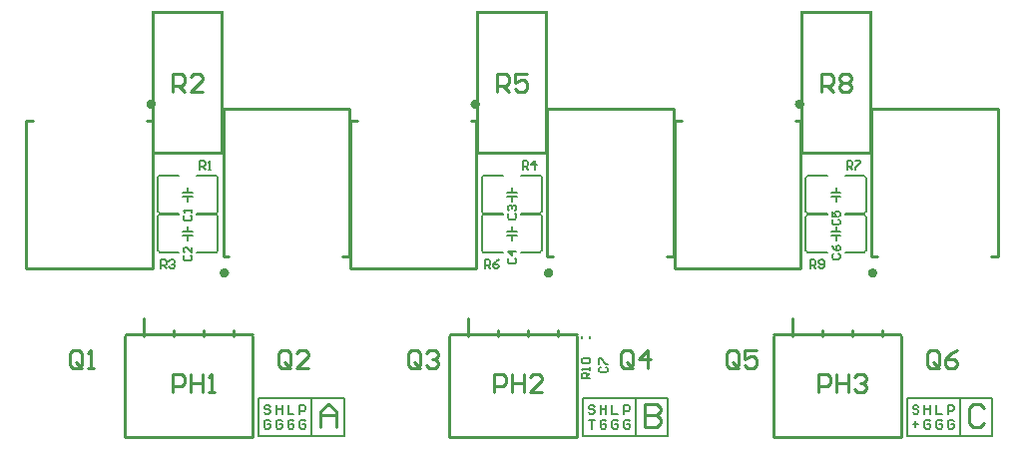
<source format=gbr>
%TF.GenerationSoftware,Altium Limited,Altium Designer,24.0.1 (36)*%
G04 Layer_Color=65535*
%FSLAX45Y45*%
%MOMM*%
%TF.SameCoordinates,AADBD710-655B-4C0A-A29E-FCC33305A696*%
%TF.FilePolarity,Positive*%
%TF.FileFunction,Legend,Top*%
%TF.Part,Single*%
G01*
G75*
%TA.AperFunction,NonConductor*%
%ADD27C,0.15240*%
%ADD28C,0.40000*%
%ADD29C,0.20000*%
%ADD30C,0.15000*%
%ADD31C,0.25400*%
%ADD32C,0.25000*%
G36*
X3404800Y-4665800D02*
Y-5859600D01*
X2795200D01*
Y-5834200D01*
Y-4665800D01*
Y-4640400D01*
X3404800D01*
Y-4665800D01*
D02*
G37*
G36*
X654800D02*
Y-5859600D01*
X45200D01*
Y-5834200D01*
Y-4665800D01*
Y-4640400D01*
X654800D01*
Y-4665800D01*
D02*
G37*
G36*
X-2095200D02*
Y-5859600D01*
X-2704800D01*
Y-5834200D01*
Y-4665800D01*
Y-4640400D01*
X-2095200D01*
Y-4665800D01*
D02*
G37*
%LPC*%
G36*
X3379400D02*
X2820600D01*
Y-5834200D01*
X3379400D01*
Y-4665800D01*
D02*
G37*
G36*
X629400D02*
X70600D01*
Y-5834200D01*
X629400D01*
Y-4665800D01*
D02*
G37*
G36*
X-2120600D02*
X-2679400D01*
Y-5834200D01*
X-2120600D01*
Y-4665800D01*
D02*
G37*
%LPD*%
D27*
X2858880Y-6372139D02*
G03*
X2843640Y-6387379I0J-15240D01*
G01*
Y-6672621D02*
G03*
X2858880Y-6687861I15240J0D01*
G01*
X3356360Y-6387379D02*
G03*
X3341120Y-6372139I-15240J0D01*
G01*
Y-6687861D02*
G03*
X3356360Y-6672621I0J15240D01*
G01*
X2858880Y-6042139D02*
G03*
X2843640Y-6057379I0J-15240D01*
G01*
Y-6342621D02*
G03*
X2858880Y-6357861I15240J0D01*
G01*
X3356360Y-6057379D02*
G03*
X3341120Y-6042139I-15240J0D01*
G01*
Y-6357861D02*
G03*
X3356360Y-6342621I0J15240D01*
G01*
X108880Y-6372139D02*
G03*
X93640Y-6387379I0J-15240D01*
G01*
Y-6672621D02*
G03*
X108880Y-6687861I15240J0D01*
G01*
X606360Y-6387379D02*
G03*
X591120Y-6372139I-15240J0D01*
G01*
Y-6687861D02*
G03*
X606360Y-6672621I0J15240D01*
G01*
X108880Y-6042139D02*
G03*
X93640Y-6057379I0J-15240D01*
G01*
Y-6342621D02*
G03*
X108880Y-6357861I15240J0D01*
G01*
X606360Y-6057379D02*
G03*
X591120Y-6042139I-15240J0D01*
G01*
Y-6357861D02*
G03*
X606360Y-6342621I0J15240D01*
G01*
X-2641120Y-6372139D02*
G03*
X-2656360Y-6387379I0J-15240D01*
G01*
Y-6672621D02*
G03*
X-2641120Y-6687861I15240J0D01*
G01*
X-2143640Y-6387379D02*
G03*
X-2158880Y-6372139I-15240J0D01*
G01*
Y-6687861D02*
G03*
X-2143640Y-6672621I0J15240D01*
G01*
X-2641120Y-6042139D02*
G03*
X-2656360Y-6057379I0J-15240D01*
G01*
Y-6342621D02*
G03*
X-2641120Y-6357861I15240J0D01*
G01*
X-2143640Y-6057379D02*
G03*
X-2158880Y-6042139I-15240J0D01*
G01*
Y-6357861D02*
G03*
X-2143640Y-6342621I0J15240D01*
G01*
X2843640Y-6672621D02*
Y-6387379D01*
X2858880Y-6687861D02*
X3022380D01*
X2858880Y-6372139D02*
X3022380D01*
X3177620Y-6687861D02*
X3341120D01*
X3177620Y-6372139D02*
X3341120D01*
X3356360Y-6672621D02*
Y-6387379D01*
X2843640Y-6342621D02*
Y-6057379D01*
X2858880Y-6357861D02*
X3022380D01*
X2858880Y-6042139D02*
X3022380D01*
X3177620Y-6357861D02*
X3341120D01*
X3177620Y-6042139D02*
X3341120D01*
X3356360Y-6342621D02*
Y-6057379D01*
X93640Y-6672621D02*
Y-6387379D01*
X108880Y-6687861D02*
X272380D01*
X108880Y-6372139D02*
X272380D01*
X427620Y-6687861D02*
X591120D01*
X427620Y-6372139D02*
X591120D01*
X606360Y-6672621D02*
Y-6387379D01*
X93640Y-6342621D02*
Y-6057379D01*
X108880Y-6357861D02*
X272380D01*
X108880Y-6042139D02*
X272380D01*
X427620Y-6357861D02*
X591120D01*
X427620Y-6042139D02*
X591120D01*
X606360Y-6342621D02*
Y-6057379D01*
X-2656360Y-6672621D02*
Y-6387379D01*
X-2641120Y-6687861D02*
X-2477620D01*
X-2641120Y-6372139D02*
X-2477620D01*
X-2322380Y-6687861D02*
X-2158880D01*
X-2322380Y-6372139D02*
X-2158880D01*
X-2143640Y-6672621D02*
Y-6387379D01*
X-2656360Y-6342621D02*
Y-6057379D01*
X-2641120Y-6357861D02*
X-2477620D01*
X-2641120Y-6042139D02*
X-2477620D01*
X-2322380Y-6357861D02*
X-2158880D01*
X-2322380Y-6042139D02*
X-2158880D01*
X-2143640Y-6342621D02*
Y-6057379D01*
D28*
X3430240Y-6866255D02*
G03*
X3430240Y-6866255I-19990J0D01*
G01*
X2809740Y-5433745D02*
G03*
X2809740Y-5433745I-19990J0D01*
G01*
X680239Y-6866255D02*
G03*
X680239Y-6866255I-19990J0D01*
G01*
X59740Y-5433745D02*
G03*
X59740Y-5433745I-19990J0D01*
G01*
X-2690260D02*
G03*
X-2690260Y-5433745I-19990J0D01*
G01*
X-2069761Y-6866255D02*
G03*
X-2069761Y-6866255I-19990J0D01*
G01*
D29*
X3700000Y-8250000D02*
X4425000D01*
X3700000Y-7925000D02*
X4425000D01*
Y-8250000D02*
Y-7925000D01*
X3700000Y-8250000D02*
Y-7925000D01*
X950000Y-8250000D02*
X1675000D01*
X950000Y-7925000D02*
X1675000D01*
Y-8250000D02*
Y-7925000D01*
X950000Y-8250000D02*
Y-7925000D01*
X-1800000Y-8250000D02*
X-1075000D01*
X-1800000Y-7925000D02*
X-1075000D01*
Y-8250000D02*
Y-7925000D01*
X-1800000Y-8250000D02*
Y-7925000D01*
X945000Y-7420000D02*
Y-7400000D01*
X1015000Y-7420000D02*
Y-7400000D01*
X4150000Y-8250000D02*
Y-7925000D01*
X1400000Y-8250000D02*
Y-7925000D01*
X-1350000Y-8250000D02*
Y-7925000D01*
D30*
X3060000Y-6550000D02*
X3140000D01*
X3060000Y-6510000D02*
X3140000D01*
X3100000Y-6590000D02*
Y-6550000D01*
Y-6510000D02*
Y-6470000D01*
X3060000Y-6220000D02*
X3140000D01*
X3060000Y-6180000D02*
X3140000D01*
X3100000Y-6260000D02*
Y-6220000D01*
Y-6180000D02*
Y-6140000D01*
X310000Y-6550000D02*
X390000D01*
X310000Y-6510000D02*
X390000D01*
X350000Y-6590000D02*
Y-6550000D01*
Y-6510000D02*
Y-6470000D01*
X310000Y-6220000D02*
X390000D01*
X310000Y-6180000D02*
X390000D01*
X350000Y-6260000D02*
Y-6220000D01*
Y-6180000D02*
Y-6140000D01*
X-2440000Y-6550000D02*
X-2360000D01*
X-2440000Y-6510000D02*
X-2360000D01*
X-2400000Y-6590000D02*
Y-6550000D01*
Y-6510000D02*
Y-6470000D01*
X-2440000Y-6220000D02*
X-2360000D01*
X-2440000Y-6180000D02*
X-2360000D01*
X-2400000Y-6260000D02*
Y-6220000D01*
Y-6180000D02*
Y-6140000D01*
X3799992Y-8000008D02*
X3787496Y-7987512D01*
X3762504D01*
X3750008Y-8000008D01*
Y-8012504D01*
X3762504Y-8025000D01*
X3787496D01*
X3799992Y-8037496D01*
Y-8049992D01*
X3787496Y-8062488D01*
X3762504D01*
X3750008Y-8049992D01*
X3850008Y-7987512D02*
Y-8062488D01*
Y-8025000D01*
X3899992D01*
Y-7987512D01*
Y-8062488D01*
X3950008Y-7987512D02*
Y-8062488D01*
X3999992D01*
X4050008D02*
Y-7987512D01*
X4087496D01*
X4099992Y-8000008D01*
Y-8025000D01*
X4087496Y-8037496D01*
X4050008D01*
X3750008Y-8150000D02*
X3799992D01*
X3775000Y-8125008D02*
Y-8174992D01*
X3899992Y-8125008D02*
X3887496Y-8112512D01*
X3862504D01*
X3850008Y-8125008D01*
Y-8174992D01*
X3862504Y-8187488D01*
X3887496D01*
X3899992Y-8174992D01*
Y-8150000D01*
X3875000D01*
X3999992Y-8125008D02*
X3987496Y-8112512D01*
X3962504D01*
X3950008Y-8125008D01*
Y-8174992D01*
X3962504Y-8187488D01*
X3987496D01*
X3999992Y-8174992D01*
Y-8150000D01*
X3975000D01*
X4099992Y-8125008D02*
X4087496Y-8112512D01*
X4062504D01*
X4050008Y-8125008D01*
Y-8174992D01*
X4062504Y-8187488D01*
X4087496D01*
X4099992Y-8174992D01*
Y-8150000D01*
X4075000D01*
X1049992Y-8000008D02*
X1037496Y-7987512D01*
X1012504D01*
X1000008Y-8000008D01*
Y-8012504D01*
X1012504Y-8025000D01*
X1037496D01*
X1049992Y-8037496D01*
Y-8049992D01*
X1037496Y-8062488D01*
X1012504D01*
X1000008Y-8049992D01*
X1100008Y-7987512D02*
Y-8062488D01*
Y-8025000D01*
X1149992D01*
Y-7987512D01*
Y-8062488D01*
X1200009Y-7987512D02*
Y-8062488D01*
X1249992D01*
X1300008D02*
Y-7987512D01*
X1337496D01*
X1349992Y-8000008D01*
Y-8025000D01*
X1337496Y-8037496D01*
X1300008D01*
X1000008Y-8112512D02*
X1049992D01*
X1025000D01*
Y-8187488D01*
X1149992Y-8125008D02*
X1137496Y-8112512D01*
X1112505D01*
X1100008Y-8125008D01*
Y-8174992D01*
X1112505Y-8187488D01*
X1137496D01*
X1149992Y-8174992D01*
Y-8150000D01*
X1125001D01*
X1249992Y-8125008D02*
X1237496Y-8112512D01*
X1212505D01*
X1200009Y-8125008D01*
Y-8174992D01*
X1212505Y-8187488D01*
X1237496D01*
X1249992Y-8174992D01*
Y-8150000D01*
X1225001D01*
X1349992Y-8125008D02*
X1337496Y-8112512D01*
X1312504D01*
X1300008Y-8125008D01*
Y-8174992D01*
X1312504Y-8187488D01*
X1337496D01*
X1349992Y-8174992D01*
Y-8150000D01*
X1325000D01*
X-1400008Y-8125008D02*
X-1412504Y-8112512D01*
X-1437496D01*
X-1449992Y-8125008D01*
Y-8174992D01*
X-1437496Y-8187488D01*
X-1412504D01*
X-1400008Y-8174992D01*
Y-8150000D01*
X-1425000D01*
X-1500008Y-8125008D02*
X-1512504Y-8112512D01*
X-1537496D01*
X-1549992Y-8125008D01*
Y-8174992D01*
X-1537496Y-8187488D01*
X-1512504D01*
X-1500008Y-8174992D01*
Y-8150000D01*
X-1525000D01*
X-1600008Y-8125008D02*
X-1612504Y-8112512D01*
X-1637496D01*
X-1649992Y-8125008D01*
Y-8174992D01*
X-1637496Y-8187488D01*
X-1612504D01*
X-1600008Y-8174992D01*
Y-8150000D01*
X-1625000D01*
X-1700008Y-8125008D02*
X-1712504Y-8112512D01*
X-1737496D01*
X-1749992Y-8125008D01*
Y-8174992D01*
X-1737496Y-8187488D01*
X-1712504D01*
X-1700008Y-8174992D01*
Y-8150000D01*
X-1725000D01*
X-1449992Y-8062488D02*
Y-7987512D01*
X-1412504D01*
X-1400008Y-8000008D01*
Y-8025000D01*
X-1412504Y-8037496D01*
X-1449992D01*
X-1549992Y-7987512D02*
Y-8062488D01*
X-1500008D01*
X-1649992Y-7987512D02*
Y-8062488D01*
Y-8025000D01*
X-1600008D01*
Y-7987512D01*
Y-8062488D01*
X-1700008Y-8000008D02*
X-1712504Y-7987512D01*
X-1737496D01*
X-1749992Y-8000008D01*
Y-8012504D01*
X-1737496Y-8025000D01*
X-1712504D01*
X-1700008Y-8037496D01*
Y-8049992D01*
X-1712504Y-8062488D01*
X-1737496D01*
X-1749992Y-8049992D01*
X1009989Y-7762472D02*
X940011D01*
Y-7727483D01*
X951674Y-7715820D01*
X975000D01*
X986663Y-7727483D01*
Y-7762472D01*
Y-7739146D02*
X1009989Y-7715820D01*
Y-7692494D02*
Y-7669169D01*
Y-7680831D01*
X940011D01*
X951674Y-7692494D01*
Y-7634180D02*
X940011Y-7622517D01*
Y-7599191D01*
X951674Y-7587528D01*
X998326D01*
X1009989Y-7599191D01*
Y-7622517D01*
X998326Y-7634180D01*
X951674D01*
X1101674Y-7661663D02*
X1090011Y-7673326D01*
Y-7696652D01*
X1101674Y-7708315D01*
X1148325D01*
X1159988Y-7696652D01*
Y-7673326D01*
X1148325Y-7661663D01*
X1090011Y-7638337D02*
Y-7591685D01*
X1101674D01*
X1148325Y-7638337D01*
X1159988D01*
X3076674Y-6411663D02*
X3065011Y-6423326D01*
Y-6446652D01*
X3076674Y-6458314D01*
X3123325D01*
X3134988Y-6446652D01*
Y-6423326D01*
X3123325Y-6411663D01*
X3065011Y-6341685D02*
Y-6388337D01*
X3099999D01*
X3088336Y-6365011D01*
Y-6353348D01*
X3099999Y-6341685D01*
X3123325D01*
X3134988Y-6353348D01*
Y-6376674D01*
X3123325Y-6388337D01*
X3076674Y-6701663D02*
X3065011Y-6713326D01*
Y-6736652D01*
X3076674Y-6748315D01*
X3123325D01*
X3134988Y-6736652D01*
Y-6713326D01*
X3123325Y-6701663D01*
X3065011Y-6631686D02*
X3076674Y-6655012D01*
X3100000Y-6678337D01*
X3123325D01*
X3134988Y-6666674D01*
Y-6643349D01*
X3123325Y-6631686D01*
X3111663D01*
X3100000Y-6643349D01*
Y-6678337D01*
X3191686Y-5984989D02*
Y-5915011D01*
X3226674D01*
X3238337Y-5926674D01*
Y-5950000D01*
X3226674Y-5961663D01*
X3191686D01*
X3215011D02*
X3238337Y-5984989D01*
X3261663Y-5915011D02*
X3308315D01*
Y-5926674D01*
X3261663Y-5973326D01*
Y-5984989D01*
X2881685Y-6824989D02*
Y-6755011D01*
X2916674D01*
X2928337Y-6766674D01*
Y-6790000D01*
X2916674Y-6801663D01*
X2881685D01*
X2905011D02*
X2928337Y-6824989D01*
X2951663Y-6813326D02*
X2963326Y-6824989D01*
X2986651D01*
X2998314Y-6813326D01*
Y-6766674D01*
X2986651Y-6755011D01*
X2963326D01*
X2951663Y-6766674D01*
Y-6778337D01*
X2963326Y-6790000D01*
X2998314D01*
X326674Y-6361663D02*
X315011Y-6373326D01*
Y-6396651D01*
X326674Y-6408314D01*
X373326D01*
X384989Y-6396651D01*
Y-6373326D01*
X373326Y-6361663D01*
X326674Y-6338337D02*
X315011Y-6326674D01*
Y-6303348D01*
X326674Y-6291685D01*
X338337D01*
X350000Y-6303348D01*
Y-6315011D01*
Y-6303348D01*
X361663Y-6291685D01*
X373326D01*
X384989Y-6303348D01*
Y-6326674D01*
X373326Y-6338337D01*
X326674Y-6741662D02*
X315011Y-6753325D01*
Y-6776651D01*
X326674Y-6788314D01*
X373326D01*
X384989Y-6776651D01*
Y-6753325D01*
X373326Y-6741662D01*
X384989Y-6683348D02*
X315011D01*
X350000Y-6718337D01*
Y-6671685D01*
X441685Y-5984989D02*
Y-5915011D01*
X476674D01*
X488337Y-5926674D01*
Y-5950000D01*
X476674Y-5961663D01*
X441685D01*
X465011D02*
X488337Y-5984989D01*
X546652D02*
Y-5915011D01*
X511663Y-5950000D01*
X558315D01*
X121685Y-6824989D02*
Y-6755011D01*
X156674D01*
X168337Y-6766674D01*
Y-6790000D01*
X156674Y-6801663D01*
X121685D01*
X145011D02*
X168337Y-6824989D01*
X238314Y-6755011D02*
X214989Y-6766674D01*
X191663Y-6790000D01*
Y-6813326D01*
X203326Y-6824989D01*
X226652D01*
X238314Y-6813326D01*
Y-6801663D01*
X226652Y-6790000D01*
X191663D01*
X-2628315Y-6824989D02*
Y-6755011D01*
X-2593326D01*
X-2581663Y-6766674D01*
Y-6790000D01*
X-2593326Y-6801663D01*
X-2628315D01*
X-2604989D02*
X-2581663Y-6824989D01*
X-2558337Y-6766674D02*
X-2546674Y-6755011D01*
X-2523348D01*
X-2511685Y-6766674D01*
Y-6778337D01*
X-2523348Y-6790000D01*
X-2535011D01*
X-2523348D01*
X-2511685Y-6801663D01*
Y-6813326D01*
X-2523348Y-6824989D01*
X-2546674D01*
X-2558337Y-6813326D01*
X-2296652Y-5984989D02*
Y-5915011D01*
X-2261663D01*
X-2250000Y-5926674D01*
Y-5950000D01*
X-2261663Y-5961663D01*
X-2296652D01*
X-2273326D02*
X-2250000Y-5984989D01*
X-2226674D02*
X-2203348D01*
X-2215011D01*
Y-5915011D01*
X-2226674Y-5926674D01*
X-2423326Y-6716663D02*
X-2434989Y-6728326D01*
Y-6751651D01*
X-2423326Y-6763314D01*
X-2376674D01*
X-2365011Y-6751651D01*
Y-6728326D01*
X-2376674Y-6716663D01*
X-2365011Y-6646685D02*
Y-6693337D01*
X-2411663Y-6646685D01*
X-2423326D01*
X-2434989Y-6658348D01*
Y-6681674D01*
X-2423326Y-6693337D01*
X-2423326Y-6375000D02*
X-2434989Y-6386663D01*
Y-6409988D01*
X-2423326Y-6421651D01*
X-2376674D01*
X-2365012Y-6409988D01*
Y-6386663D01*
X-2376674Y-6375000D01*
X-2365012Y-6351674D02*
Y-6328348D01*
Y-6340011D01*
X-2434989D01*
X-2423326Y-6351674D01*
D31*
X2569000Y-8256000D02*
Y-7405999D01*
X2726000D02*
Y-7252700D01*
X2980000Y-7405999D02*
Y-7348115D01*
X3234000Y-7405999D02*
Y-7348115D01*
X3488000Y-7405999D02*
Y-7348115D01*
X2569000Y-8256000D02*
X3645000D01*
X3653100Y-8255101D02*
Y-7405100D01*
X2572005Y-7388001D02*
X3648005D01*
X4413357Y-6729255D02*
X4473242D01*
X3400245D02*
Y-5476258D01*
Y-6729255D02*
X3447131D01*
X3400245Y-5476258D02*
X4473242D01*
Y-6729255D02*
Y-5476258D01*
X1726758Y-5570745D02*
X1786644D01*
X2799756Y-6823743D02*
Y-5570745D01*
X2752870D02*
X2799756D01*
X1726758Y-6823743D02*
X2799756D01*
X1726758D02*
Y-5570745D01*
X1663357Y-6729255D02*
X1723242D01*
X650245D02*
Y-5476258D01*
Y-6729255D02*
X697130D01*
X650245Y-5476258D02*
X1723242D01*
Y-6729255D02*
Y-5476258D01*
X-1023242Y-5570745D02*
X-963356D01*
X49756Y-6823743D02*
Y-5570745D01*
X2870D02*
X49756D01*
X-1023242Y-6823743D02*
X49756D01*
X-1023242D02*
Y-5570745D01*
X-181000Y-8256000D02*
Y-7405999D01*
X-24000D02*
Y-7252700D01*
X230000Y-7405999D02*
Y-7348115D01*
X484000Y-7405999D02*
Y-7348115D01*
X738000Y-7405999D02*
Y-7348115D01*
X-181000Y-8256000D02*
X895000D01*
X903100Y-8255101D02*
Y-7405100D01*
X-177995Y-7388001D02*
X898005D01*
X-2931000Y-8256000D02*
Y-7405999D01*
X-2774000D02*
Y-7252700D01*
X-2520000Y-7405999D02*
Y-7348115D01*
X-2266000Y-7405999D02*
Y-7348115D01*
X-2012000Y-7405999D02*
Y-7348115D01*
X-2931000Y-8256000D02*
X-1855000D01*
X-1846900Y-8255101D02*
Y-7405100D01*
X-2927995Y-7388001D02*
X-1851995D01*
X-3773242Y-5570745D02*
X-3713357D01*
X-2700245Y-6823743D02*
Y-5570745D01*
X-2747130D02*
X-2700245D01*
X-3773242Y-6823743D02*
X-2700245D01*
X-3773242D02*
Y-5570745D01*
X-1086643Y-6729255D02*
X-1026758D01*
X-2099756D02*
Y-5476258D01*
Y-6729255D02*
X-2052870D01*
X-2099756Y-5476258D02*
X-1026758D01*
Y-6729255D02*
Y-5476258D01*
X2946866Y-7876175D02*
Y-7723825D01*
X3023041D01*
X3048433Y-7749216D01*
Y-7800000D01*
X3023041Y-7825392D01*
X2946866D01*
X3099217Y-7723825D02*
Y-7876175D01*
Y-7800000D01*
X3200784D01*
Y-7723825D01*
Y-7876175D01*
X3251567Y-7749216D02*
X3276959Y-7723825D01*
X3327743D01*
X3353135Y-7749216D01*
Y-7774608D01*
X3327743Y-7800000D01*
X3302351D01*
X3327743D01*
X3353135Y-7825392D01*
Y-7850783D01*
X3327743Y-7876175D01*
X3276959D01*
X3251567Y-7850783D01*
X2274608Y-7650784D02*
Y-7549217D01*
X2249216Y-7523825D01*
X2198433D01*
X2173041Y-7549217D01*
Y-7650784D01*
X2198433Y-7676175D01*
X2249216D01*
X2223825Y-7625392D02*
X2274608Y-7676175D01*
X2249216D02*
X2274608Y-7650784D01*
X2426959Y-7523825D02*
X2325392D01*
Y-7600000D01*
X2376175Y-7574608D01*
X2401567D01*
X2426959Y-7600000D01*
Y-7650784D01*
X2401567Y-7676175D01*
X2350784D01*
X2325392Y-7650784D01*
X3974608D02*
Y-7549217D01*
X3949216Y-7523825D01*
X3898433D01*
X3873041Y-7549217D01*
Y-7650784D01*
X3898433Y-7676175D01*
X3949216D01*
X3923825Y-7625392D02*
X3974608Y-7676175D01*
X3949216D02*
X3974608Y-7650784D01*
X4126959Y-7523825D02*
X4076175Y-7549217D01*
X4025392Y-7600000D01*
Y-7650784D01*
X4050784Y-7676175D01*
X4101567D01*
X4126959Y-7650784D01*
Y-7625392D01*
X4101567Y-7600000D01*
X4025392D01*
X2973041Y-5326175D02*
Y-5173825D01*
X3049216D01*
X3074608Y-5199216D01*
Y-5250000D01*
X3049216Y-5275392D01*
X2973041D01*
X3023825D02*
X3074608Y-5326175D01*
X3125392Y-5199216D02*
X3150784Y-5173825D01*
X3201567D01*
X3226959Y-5199216D01*
Y-5224608D01*
X3201567Y-5250000D01*
X3226959Y-5275392D01*
Y-5300783D01*
X3201567Y-5326175D01*
X3150784D01*
X3125392Y-5300783D01*
Y-5275392D01*
X3150784Y-5250000D01*
X3125392Y-5224608D01*
Y-5199216D01*
X3150784Y-5250000D02*
X3201567D01*
X196866Y-7876175D02*
Y-7723825D01*
X273041D01*
X298433Y-7749216D01*
Y-7800000D01*
X273041Y-7825392D01*
X196866D01*
X349216Y-7723825D02*
Y-7876175D01*
Y-7800000D01*
X450784D01*
Y-7723825D01*
Y-7876175D01*
X603134D02*
X501567D01*
X603134Y-7774608D01*
Y-7749216D01*
X577743Y-7723825D01*
X526959D01*
X501567Y-7749216D01*
X-425392Y-7650784D02*
Y-7549217D01*
X-450783Y-7523825D01*
X-501567D01*
X-526959Y-7549217D01*
Y-7650784D01*
X-501567Y-7676175D01*
X-450783D01*
X-476175Y-7625392D02*
X-425392Y-7676175D01*
X-450783D02*
X-425392Y-7650784D01*
X-374608Y-7549217D02*
X-349216Y-7523825D01*
X-298433D01*
X-273041Y-7549217D01*
Y-7574608D01*
X-298433Y-7600000D01*
X-323825D01*
X-298433D01*
X-273041Y-7625392D01*
Y-7650784D01*
X-298433Y-7676175D01*
X-349216D01*
X-374608Y-7650784D01*
X1374608D02*
Y-7549217D01*
X1349217Y-7523825D01*
X1298433D01*
X1273041Y-7549217D01*
Y-7650784D01*
X1298433Y-7676175D01*
X1349217D01*
X1323825Y-7625392D02*
X1374608Y-7676175D01*
X1349217D02*
X1374608Y-7650784D01*
X1501567Y-7676175D02*
Y-7523825D01*
X1425392Y-7600000D01*
X1526959D01*
X223041Y-5326175D02*
Y-5173825D01*
X299217D01*
X324608Y-5199216D01*
Y-5250000D01*
X299217Y-5275392D01*
X223041D01*
X273825D02*
X324608Y-5326175D01*
X476959Y-5173825D02*
X375392D01*
Y-5250000D01*
X426175Y-5224608D01*
X451567D01*
X476959Y-5250000D01*
Y-5300783D01*
X451567Y-5326175D01*
X400784D01*
X375392Y-5300783D01*
X-2526959Y-5326175D02*
Y-5173825D01*
X-2450784D01*
X-2425392Y-5199216D01*
Y-5250000D01*
X-2450784Y-5275392D01*
X-2526959D01*
X-2476175D02*
X-2425392Y-5326175D01*
X-2273041D02*
X-2374608D01*
X-2273041Y-5224608D01*
Y-5199216D01*
X-2298433Y-5173825D01*
X-2349216D01*
X-2374608Y-5199216D01*
X-1525392Y-7650784D02*
Y-7549217D01*
X-1550784Y-7523825D01*
X-1601567D01*
X-1626959Y-7549217D01*
Y-7650784D01*
X-1601567Y-7676175D01*
X-1550784D01*
X-1576175Y-7625392D02*
X-1525392Y-7676175D01*
X-1550784D02*
X-1525392Y-7650784D01*
X-1373041Y-7676175D02*
X-1474608D01*
X-1373041Y-7574608D01*
Y-7549217D01*
X-1398433Y-7523825D01*
X-1449216D01*
X-1474608Y-7549217D01*
X-3300000Y-7650784D02*
Y-7549217D01*
X-3325392Y-7523825D01*
X-3376175D01*
X-3401567Y-7549217D01*
Y-7650784D01*
X-3376175Y-7676175D01*
X-3325392D01*
X-3350783Y-7625392D02*
X-3300000Y-7676175D01*
X-3325392D02*
X-3300000Y-7650784D01*
X-3249216Y-7676175D02*
X-3198433D01*
X-3223824D01*
Y-7523825D01*
X-3249216Y-7549217D01*
X-2527742Y-7876175D02*
Y-7723825D01*
X-2451567D01*
X-2426175Y-7749216D01*
Y-7800000D01*
X-2451567Y-7825392D01*
X-2527742D01*
X-2375392Y-7723825D02*
Y-7876175D01*
Y-7800000D01*
X-2273825D01*
Y-7723825D01*
Y-7876175D01*
X-2223041D02*
X-2172258D01*
X-2197649D01*
Y-7723825D01*
X-2223041Y-7749216D01*
D32*
X4358290Y-8008388D02*
X4324967Y-7975065D01*
X4258322D01*
X4224999Y-8008388D01*
Y-8141678D01*
X4258322Y-8175000D01*
X4324967D01*
X4358290Y-8141678D01*
X1475000Y-7975065D02*
Y-8175000D01*
X1574968D01*
X1608290Y-8141678D01*
Y-8108355D01*
X1574968Y-8075033D01*
X1475000D01*
X1574968D01*
X1608290Y-8041710D01*
Y-8008388D01*
X1574968Y-7975065D01*
X1475000D01*
X-1275000Y-8175000D02*
Y-8041710D01*
X-1208355Y-7975065D01*
X-1141710Y-8041710D01*
Y-8175000D01*
Y-8075033D01*
X-1275000D01*
%TF.MD5,9bdcb29bba04b5f62735cf40966669dd*%
M02*

</source>
